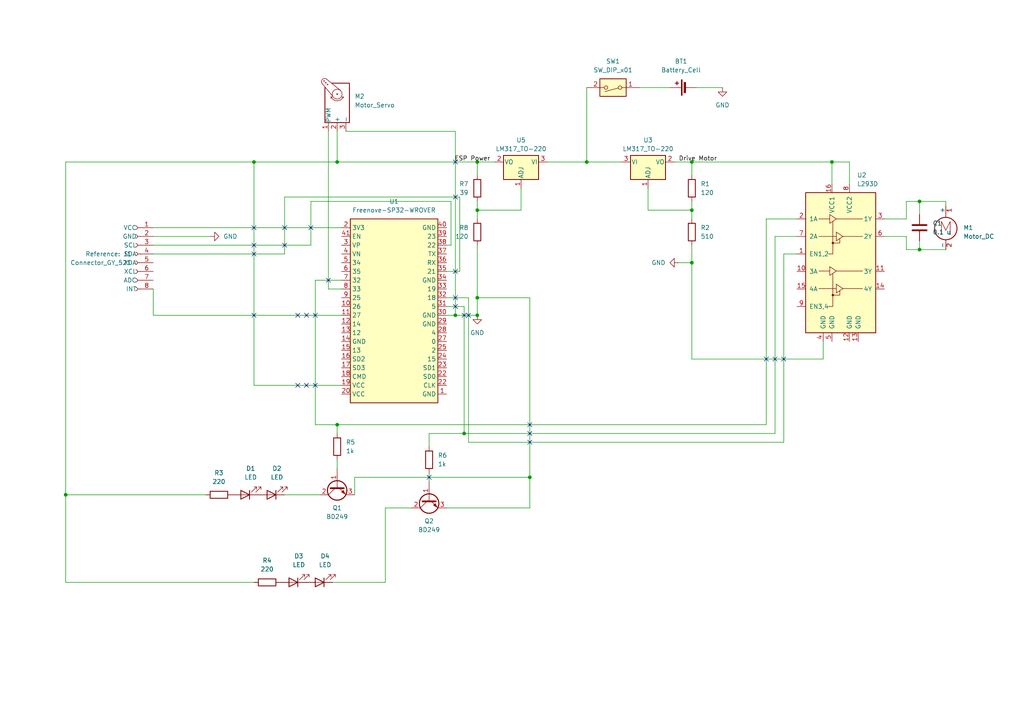
<source format=kicad_sch>
(kicad_sch (version 20230121) (generator eeschema)
  (paper "A4")
  (lib_symbols
    (symbol "Connector:Connector_GY-521" (pin_names (offset 1.016))
      (property "Reference" "J" (at 0 10.16 0) (show_name))
      (property "Value" "Connector_GY_521" (at 0 -12.7 0))
      (symbol "Connector_GY-521_1_0"
        (pin power_in line (at -5.08 7.62 0) (length 3.81) (name "VCC") (number "1"))
      )
      (symbol "Connector_GY-521_1_1"
        (arc (start 0 -9.652) (mid -0.5058 -10.16) (end 0 -10.668) (stroke (width 0.1524)))
        (arc (start 0 -7.112) (mid -0.5058 -7.62) (end 0 -8.128) (stroke (width 0.1524)))
        (arc (start 0 -4.572) (mid -0.5058 -5.08) (end 0 -5.588) (stroke (width 0.1524)))
        (arc (start 0 -2.032) (mid -0.5058 -2.54) (end 0 -3.048) (stroke (width 0.1524)))
        (polyline (pts (xy -1.27 -10.16) (xy -0.508 -10.16)) (stroke (width 0.1524)))
        (polyline (pts (xy -1.27 -7.62) (xy -0.508 -7.62)) (stroke (width 0.1524)))
        (polyline (pts (xy -1.27 -5.08) (xy -0.508 -5.08)) (stroke (width 0.1524)))
        (polyline (pts (xy -1.27 -2.54) (xy -0.508 -2.54)) (stroke (width 0.1524)))
        (polyline (pts (xy -1.27 0) (xy -0.508 0)) (stroke (width 0.1524)))
        (polyline (pts (xy -1.27 2.54) (xy -0.508 2.54)) (stroke (width 0.1524)))
        (polyline (pts (xy -1.27 5.08) (xy -0.508 5.08)) (stroke (width 0.1524)))
        (polyline (pts (xy -1.27 7.62) (xy -0.508 7.62)) (stroke (width 0.1524)))
        (arc (start 0 0.508) (mid -0.5058 0) (end 0 -0.508) (stroke (width 0.1524)))
        (arc (start 0 3.048) (mid -0.5058 2.54) (end 0 2.032) (stroke (width 0.1524)))
        (arc (start 0 5.588) (mid -0.5058 5.08) (end 0 4.572) (stroke (width 0.1524)))
        (arc (start 0 8.128) (mid -0.5058 7.62) (end 0 7.112) (stroke (width 0.1524)))
        (pin power_in line (at -5.08 5.08 0) (length 3.81) (name "GND") (number "2"))
        (pin bidirectional line (at -5.08 2.54 0) (length 3.81) (name "SCL") (number "3"))
        (pin bidirectional line (at -5.08 0 0) (length 3.81) (name "SDA") (number "4"))
        (pin bidirectional line (at -5.08 -2.54 0) (length 3.81) (name "XDA") (number "5"))
        (pin bidirectional line (at -5.08 -5.08 0) (length 3.81) (name "XCL") (number "6"))
        (pin input line (at -5.08 -7.62 0) (length 3.81) (name "ADC") (number "7"))
        (pin output line (at -5.08 -10.16 0) (length 3.81) (name "INT") (number "8"))
      )
    )
    (symbol "Device:Battery_Cell" (pin_numbers hide) (pin_names (offset 0) hide)
      (property "Reference" "BT" (at 2.54 2.54 0))
      (property "Value" "Battery_Cell" (at 2.54 0 0))
      (symbol "Battery_Cell_0_1"
        (rectangle (start -2.286 1.778) (end 2.286 1.524) (fill (type outline)))
        (rectangle (start -1.524 1.016) (end 1.524 0.508) (fill (type outline)))
        (polyline (pts (xy 0 0.762) (xy 0 0)))
        (polyline (pts (xy 0 1.778) (xy 0 2.54)))
        (polyline (pts (xy 0.762 3.048) (xy 1.778 3.048)) (stroke (width 0.254)))
        (polyline (pts (xy 1.27 3.556) (xy 1.27 2.54)) (stroke (width 0.254)))
      )
      (symbol "Battery_Cell_1_1"
        (pin passive line (at 0 5.08 270) (length 2.54) (name "+") (number "1"))
        (pin passive line (at 0 -2.54 90) (length 2.54) (name "-") (number "2"))
      )
    )
    (symbol "Device:C" (pin_numbers hide) (pin_names (offset 0.254))
      (property "Reference" "C" (at 0.635 2.54 0))
      (property "Value" "C" (at 0.635 -2.54 0))
      (symbol "C_0_1"
        (polyline (pts (xy -2.032 -0.762) (xy 2.032 -0.762)) (stroke (width 0.508)))
        (polyline (pts (xy -2.032 0.762) (xy 2.032 0.762)) (stroke (width 0.508)))
      )
      (symbol "C_1_1"
        (pin passive line (at 0 3.81 270) (length 2.794) (name "~") (number "1"))
        (pin passive line (at 0 -3.81 90) (length 2.794) (name "~") (number "2"))
      )
    )
    (symbol "Device:LED" (pin_numbers hide) (pin_names (offset 1.016) hide)
      (property "Reference" "D" (at 0 2.54 0))
      (property "Value" "LED" (at 0 -2.54 0))
      (symbol "LED_0_1"
        (polyline (pts (xy -1.27 -1.27) (xy -1.27 1.27)) (stroke (width 0.254)))
        (polyline (pts (xy -1.27 0) (xy 1.27 0)))
        (polyline (pts (xy 1.27 -1.27) (xy 1.27 1.27) (xy -1.27 0) (xy 1.27 -1.27)) (stroke (width 0.254)))
        (polyline (pts (xy -3.048 -0.762) (xy -4.572 -2.286) (xy -3.81 -2.286) (xy -4.572 -2.286) (xy -4.572 -1.524)))
        (polyline (pts (xy -1.778 -0.762) (xy -3.302 -2.286) (xy -2.54 -2.286) (xy -3.302 -2.286) (xy -3.302 -1.524)))
      )
      (symbol "LED_1_1"
        (pin passive line (at -3.81 0 0) (length 2.54) (name "K") (number "1"))
        (pin passive line (at 3.81 0 180) (length 2.54) (name "A") (number "2"))
      )
    )
    (symbol "Device:R" (pin_numbers hide) (pin_names (offset 0))
      (property "Reference" "R" (at 2.032 0 90))
      (property "Value" "R" (at 0 0 90))
      (symbol "R_0_1"
        (rectangle (start -1.016 -2.54) (end 1.016 2.54) (stroke (width 0.254)))
      )
      (symbol "R_1_1"
        (pin passive line (at 0 3.81 270) (length 1.27) (name "~") (number "1"))
        (pin passive line (at 0 -3.81 90) (length 1.27) (name "~") (number "2"))
      )
    )
    (symbol "Driver_Motor:L293D" (pin_names (offset 1.016))
      (property "Reference" "U" (at -5.08 26.035 0))
      (property "Value" "L293D" (at -5.08 24.13 0))
      (symbol "L293D_0_1"
        (rectangle (start -10.16 22.86) (end 10.16 -17.78) (stroke (width 0.254)) (fill (type background)))
        (circle (center -2.286 -6.858) (radius 0.254) (fill (type outline)))
        (circle (center -2.286 8.255) (radius 0.254) (fill (type outline)))
        (polyline (pts (xy -6.35 -4.953) (xy -1.27 -4.953)))
        (polyline (pts (xy -6.35 0.127) (xy -3.175 0.127)))
        (polyline (pts (xy -6.35 10.16) (xy -1.27 10.16)))
        (polyline (pts (xy -6.35 15.24) (xy -3.175 15.24)))
        (polyline (pts (xy -1.27 0.127) (xy 6.35 0.127)))
        (polyline (pts (xy -1.27 15.24) (xy 6.35 15.24)))
        (polyline (pts (xy 0.635 -4.953) (xy 6.35 -4.953)))
        (polyline (pts (xy 0.635 10.16) (xy 6.35 10.16)))
        (polyline (pts (xy -2.286 -6.858) (xy -0.254 -6.858) (xy -0.254 -5.588)))
        (polyline (pts (xy -2.286 -0.635) (xy -2.286 -10.16) (xy -3.556 -10.16)))
        (polyline (pts (xy -2.286 8.255) (xy -0.254 8.255) (xy -0.254 9.525)))
        (polyline (pts (xy -2.286 14.478) (xy -2.286 5.08) (xy -3.556 5.08)))
        (polyline (pts (xy -3.175 1.397) (xy -3.175 -1.143) (xy -1.27 0.127) (xy -3.175 1.397)))
        (polyline (pts (xy -3.175 16.51) (xy -3.175 13.97) (xy -1.27 15.24) (xy -3.175 16.51)))
        (polyline (pts (xy -1.27 -3.683) (xy -1.27 -6.223) (xy 0.635 -4.953) (xy -1.27 -3.683)))
        (polyline (pts (xy -1.27 11.43) (xy -1.27 8.89) (xy 0.635 10.16) (xy -1.27 11.43)))
      )
      (symbol "L293D_1_1"
        (pin input line (at -12.7 5.08 0) (length 2.54) (name "EN1,2") (number "1"))
        (pin input line (at -12.7 0 0) (length 2.54) (name "3A") (number "10"))
        (pin output line (at 12.7 0 180) (length 2.54) (name "3Y") (number "11"))
        (pin power_in line (at 2.54 -20.32 90) (length 2.54) (name "GND") (number "12"))
        (pin power_in line (at 5.08 -20.32 90) (length 2.54) (name "GND") (number "13"))
        (pin output line (at 12.7 -5.08 180) (length 2.54) (name "4Y") (number "14"))
        (pin input line (at -12.7 -5.08 0) (length 2.54) (name "4A") (number "15"))
        (pin power_in line (at -2.54 25.4 270) (length 2.54) (name "VCC1") (number "16"))
        (pin input line (at -12.7 15.24 0) (length 2.54) (name "1A") (number "2"))
        (pin output line (at 12.7 15.24 180) (length 2.54) (name "1Y") (number "3"))
        (pin power_in line (at -5.08 -20.32 90) (length 2.54) (name "GND") (number "4"))
        (pin power_in line (at -2.54 -20.32 90) (length 2.54) (name "GND") (number "5"))
        (pin output line (at 12.7 10.16 180) (length 2.54) (name "2Y") (number "6"))
        (pin input line (at -12.7 10.16 0) (length 2.54) (name "2A") (number "7"))
        (pin power_in line (at 2.54 25.4 270) (length 2.54) (name "VCC2") (number "8"))
        (pin input line (at -12.7 -10.16 0) (length 2.54) (name "EN3,4") (number "9"))
      )
    )
    (symbol "Motor:Motor_DC" (pin_names (offset 0))
      (property "Reference" "M" (at 2.54 2.54 0))
      (property "Value" "Motor_DC" (at 2.54 -5.08 0))
      (symbol "Motor_DC_0_0"
        (polyline (pts (xy -1.27 -3.302) (xy -1.27 0.508) (xy 0 -2.032) (xy 1.27 0.508) (xy 1.27 -3.302)))
      )
      (symbol "Motor_DC_0_1"
        (circle (center 0 -1.524) (radius 3.2512) (stroke (width 0.254)))
        (polyline (pts (xy 0 -7.62) (xy 0 -7.112)))
        (polyline (pts (xy 0 -4.7752) (xy 0 -5.1816)))
        (polyline (pts (xy 0 1.7272) (xy 0 2.0828)))
        (polyline (pts (xy 0 2.032) (xy 0 2.54)))
      )
      (symbol "Motor_DC_1_1"
        (pin passive line (at 0 5.08 270) (length 2.54) (name "+") (number "1"))
        (pin passive line (at 0 -7.62 90) (length 2.54) (name "-") (number "2"))
      )
    )
    (symbol "Motor:Motor_Servo" (pin_names (offset 0.0254))
      (property "Reference" "M" (at -5.08 4.445 0))
      (property "Value" "Motor_Servo" (at -5.08 -4.064 0))
      (symbol "Motor_Servo_0_1"
        (polyline (pts (xy 2.413 -1.778) (xy 2.032 -1.778)))
        (polyline (pts (xy 2.413 -1.778) (xy 2.286 -1.397)))
        (polyline (pts (xy 2.413 1.778) (xy 1.905 1.778)))
        (polyline (pts (xy 2.413 1.778) (xy 2.286 1.397)))
        (polyline (pts (xy 6.35 4.445) (xy 2.54 1.27)))
        (polyline (pts (xy 7.62 3.175) (xy 4.191 -1.016)))
        (polyline (pts (xy 5.08 3.556) (xy -5.08 3.556) (xy -5.08 -3.556) (xy 6.35 -3.556) (xy 6.35 1.524)) (stroke (width 0.254)))
        (arc (start 2.413 1.778) (mid 1.2406 0) (end 2.413 -1.778))
        (circle (center 3.175 0) (radius 0.1778))
        (circle (center 3.175 0) (radius 1.4224))
        (circle (center 5.969 2.794) (radius 0.127))
        (circle (center 6.477 3.302) (radius 0.127))
        (circle (center 6.985 3.81) (radius 0.127))
        (arc (start 7.62 3.175) (mid 7.4485 4.2735) (end 6.35 4.445))
      )
      (symbol "Motor_Servo_1_1"
        (pin passive line (at -7.62 2.54 0) (length 2.54) (name "PWM") (number "1"))
        (pin passive line (at -7.62 0 0) (length 2.54) (name "+") (number "2"))
        (pin passive line (at -7.62 -2.54 0) (length 2.54) (name "-") (number "3"))
      )
    )
    (symbol "RF_Module:ESP32-S2-WROVER"
      (property "Reference" "U1" (at 2.1941 33.02 0))
      (property "Value" "ESP32-S2-WROVER" (at 2.1941 30.48 0))
      (symbol "ESP32-S2-WROVER_0_1"
        (rectangle (start -12.7 27.94) (end 12.7 -25.4) (stroke (width 0.254)) (fill (type background)))
      )
      (symbol "ESP32-S2-WROVER_1_1"
        (pin power_in line (at 15.24 -22.86 180) (length 2.54) (name "GND") (number "1"))
        (pin bidirectional line (at -15.24 2.54 0) (length 2.54) (name "26") (number "10"))
        (pin bidirectional line (at -15.24 0 0) (length 2.54) (name "27") (number "11"))
        (pin bidirectional line (at -15.24 -2.54 0) (length 2.54) (name "14") (number "12"))
        (pin bidirectional line (at -15.24 -5.08 0) (length 2.54) (name "12") (number "13"))
        (pin bidirectional line (at -15.24 -7.62 0) (length 2.54) (name "GND") (number "14"))
        (pin bidirectional line (at -15.24 -10.16 0) (length 2.54) (name "13") (number "15"))
        (pin bidirectional line (at -15.24 -12.7 0) (length 2.54) (name "SD2") (number "16"))
        (pin bidirectional line (at -15.24 -15.24 0) (length 2.54) (name "SD3") (number "17"))
        (pin bidirectional line (at -15.24 -17.78 0) (length 2.54) (name "CMD") (number "18"))
        (pin bidirectional line (at -15.24 -20.32 0) (length 2.54) (name "VCC") (number "19"))
        (pin power_in line (at -15.24 25.4 0) (length 2.54) (name "3V3") (number "2"))
        (pin bidirectional line (at -15.24 -22.86 0) (length 2.54) (name "VCC") (number "20"))
        (pin bidirectional line (at 15.24 -20.32 180) (length 2.54) (name "CLK") (number "22"))
        (pin bidirectional line (at 15.24 -17.78 180) (length 2.54) (name "SD0") (number "22"))
        (pin bidirectional line (at 15.24 -15.24 180) (length 2.54) (name "SD1") (number "23"))
        (pin bidirectional line (at 15.24 -12.7 180) (length 2.54) (name "15") (number "24"))
        (pin bidirectional line (at 15.24 -10.16 180) (length 2.54) (name "2") (number "25"))
        (pin bidirectional line (at 15.24 -7.62 180) (length 2.54) (name "0") (number "27"))
        (pin bidirectional line (at 15.24 -5.08 180) (length 2.54) (name "4") (number "28"))
        (pin bidirectional line (at 15.24 -2.54 180) (length 2.54) (name "GND") (number "29"))
        (pin bidirectional line (at -15.24 20.32 0) (length 2.54) (name "VP") (number "3"))
        (pin bidirectional line (at 15.24 0 180) (length 2.54) (name "GND") (number "30"))
        (pin bidirectional line (at 15.24 2.54 180) (length 2.54) (name "5") (number "31"))
        (pin bidirectional line (at 15.24 5.08 180) (length 2.54) (name "18") (number "32"))
        (pin bidirectional line (at 15.24 7.62 180) (length 2.54) (name "19") (number "33"))
        (pin bidirectional line (at 15.24 10.16 180) (length 2.54) (name "GND") (number "34"))
        (pin bidirectional line (at 15.24 12.7 180) (length 2.54) (name "21") (number "35"))
        (pin bidirectional line (at 15.24 15.24 180) (length 2.54) (name "RX") (number "36"))
        (pin bidirectional line (at 15.24 17.78 180) (length 2.54) (name "TX") (number "37"))
        (pin bidirectional line (at 15.24 20.32 180) (length 2.54) (name "22") (number "38"))
        (pin bidirectional line (at 15.24 22.86 180) (length 2.54) (name "23") (number "39"))
        (pin bidirectional line (at -15.24 17.78 0) (length 2.54) (name "VN") (number "4"))
        (pin input line (at 15.24 25.4 180) (length 2.54) (name "GND") (number "40"))
        (pin input line (at -15.24 22.86 0) (length 2.54) (name "EN") (number "41"))
        (pin bidirectional line (at -15.24 15.24 0) (length 2.54) (name "34") (number "5"))
        (pin bidirectional line (at -15.24 12.7 0) (length 2.54) (name "35") (number "6"))
        (pin bidirectional line (at -15.24 10.16 0) (length 2.54) (name "32") (number "7"))
        (pin bidirectional line (at -15.24 7.62 0) (length 2.54) (name "33") (number "8"))
        (pin bidirectional line (at -15.24 5.08 0) (length 2.54) (name "25") (number "9"))
      )
    )
    (symbol "Regulator_Linear:LM317_TO-220" (pin_names (offset 0.254))
      (property "Reference" "U" (at -3.81 3.175 0))
      (property "Value" "LM317_TO-220" (at 0 3.175 0))
      (symbol "LM317_TO-220_0_1"
        (rectangle (start -5.08 1.905) (end 5.08 -5.08) (stroke (width 0.254)) (fill (type background)))
      )
      (symbol "LM317_TO-220_1_1"
        (pin input line (at 0 -7.62 90) (length 2.54) (name "ADJ") (number "1"))
        (pin power_out line (at 7.62 0 180) (length 2.54) (name "VO") (number "2"))
        (pin power_in line (at -7.62 0 0) (length 2.54) (name "VI") (number "3"))
      )
    )
    (symbol "Switch:SW_DIP_x01" (pin_names (offset 0) hide)
      (property "Reference" "SW" (at 0 3.81 0))
      (property "Value" "SW_DIP_x01" (at 0 -3.81 0))
      (symbol "SW_DIP_x01_0_0"
        (circle (center -2.032 0) (radius 0.508))
        (polyline (pts (xy -1.524 0.127) (xy 2.3622 1.1684)))
        (circle (center 2.032 0) (radius 0.508))
      )
      (symbol "SW_DIP_x01_0_1"
        (rectangle (start -3.81 2.54) (end 3.81 -2.54) (stroke (width 0.254)) (fill (type background)))
      )
      (symbol "SW_DIP_x01_1_1"
        (pin passive line (at -7.62 0 0) (length 5.08) (name "~") (number "1"))
        (pin passive line (at 7.62 0 180) (length 5.08) (name "~") (number "2"))
      )
    )
    (symbol "Transistor_BJT:BD249" (pin_names (offset 0) hide)
      (property "Reference" "Q" (at 6.35 1.905 0))
      (property "Value" "BD249" (at 6.35 0 0))
      (symbol "BD249_0_1"
        (polyline (pts (xy 0 0) (xy 0.635 0)))
        (polyline (pts (xy 2.54 2.54) (xy 0.635 0.635)))
        (polyline (pts (xy 0.635 1.905) (xy 0.635 -1.905) (xy 0.635 -1.905)) (stroke (width 0.508)))
        (polyline (pts (xy 2.286 -2.286) (xy 1.778 -1.778) (xy 1.778 -1.778)))
        (polyline (pts (xy 2.54 -2.54) (xy 0.635 -0.635) (xy 1.27 -1.27)) (fill (type outline)))
        (polyline (pts (xy 1.27 -1.778) (xy 1.778 -1.27) (xy 2.286 -2.286) (xy 1.27 -1.778) (xy 1.27 -1.778)) (fill (type outline)))
        (circle (center 1.27 0) (radius 2.8194) (stroke (width 0.3048)))
      )
      (symbol "BD249_1_1"
        (pin input line (at -5.08 0 0) (length 5.08) (name "B") (number "1"))
        (pin passive line (at 2.54 5.08 270) (length 2.54) (name "C") (number "2"))
        (pin passive line (at 2.54 -5.08 90) (length 2.54) (name "E") (number "3"))
      )
    )
    (symbol "power:GND" (power) (pin_names (offset 0))
      (property "Value" "GND" (at 0 -3.81 0))
      (symbol "GND_0_1"
        (polyline (pts (xy 0 0) (xy 0 -1.27) (xy 1.27 -1.27) (xy 0 -2.54) (xy -1.27 -1.27) (xy 0 -1.27)))
      )
      (symbol "GND_1_1"
        (pin power_in line (at 0 0 270) (length 0) hide (name "GND") (number "1"))
      )
    )
  )
  (junction (at 170.18 46.99))
  (junction (at 138.43 86.36))
  (junction (at 200.66 60.96))
  (junction (at 134.62 125.73))
  (junction (at 138.43 60.96))
  (junction (at 200.66 76.2))
  (junction (at 138.43 46.99))
  (junction (at 132.08 91.44))
  (junction (at 19.05 143.51))
  (junction (at 153.67 138.43))
  (junction (at 97.79 123.19))
  (junction (at 266.7 58.42))
  (junction (at 266.7 72.39))
  (junction (at 138.43 91.44))
  (junction (at 241.3 46.99))
  (junction (at 200.66 46.99))
  (junction (at 73.66 46.99))
  (junction (at 97.79 46.99))
  (no_connect (at 224.79 104.14))
  (no_connect (at 153.67 125.73))
  (no_connect (at 227.33 104.14))
  (no_connect (at 82.55 71.12))
  (no_connect (at 95.25 81.28))
  (no_connect (at 134.62 91.44))
  (no_connect (at 124.46 138.43))
  (no_connect (at 132.08 46.99))
  (no_connect (at 73.66 73.66))
  (no_connect (at 153.67 128.27))
  (no_connect (at 132.08 86.36))
  (no_connect (at 222.25 104.14))
  (no_connect (at 73.66 91.44))
  (no_connect (at 73.66 66.04))
  (no_connect (at 82.55 66.04))
  (no_connect (at 90.17 66.04))
  (no_connect (at 91.44 111.76))
  (no_connect (at 86.36 91.44))
  (no_connect (at 135.89 91.44))
  (no_connect (at 86.36 111.76))
  (no_connect (at 88.9 91.44))
  (no_connect (at 73.66 71.12))
  (no_connect (at 88.9 111.76))
  (no_connect (at 153.67 123.19))
  (no_connect (at 91.44 91.44))
  (no_connect (at 132.08 78.74))
  (no_connect (at 132.08 57.15))
  (no_connect (at 132.08 88.9))
  (wire (pts (xy 132.08 38.1) (xy 132.08 91.44)))
  (wire (pts (xy 138.43 86.36) (xy 138.43 91.44)))
  (wire (pts (xy 97.79 38.1) (xy 97.79 46.99)))
  (wire (pts (xy 91.44 81.28) (xy 91.44 123.19)))
  (wire (pts (xy 187.96 54.61) (xy 187.96 60.96)))
  (wire (pts (xy 262.89 68.58) (xy 262.89 72.39)))
  (wire (pts (xy 200.66 76.2) (xy 200.66 104.14)))
  (wire (pts (xy 143.51 46.99) (xy 138.43 46.99)))
  (wire (pts (xy 231.14 68.58) (xy 224.79 68.58)))
  (wire (pts (xy 185.42 25.4) (xy 194.31 25.4)))
  (wire (pts (xy 44.45 91.44) (xy 44.45 83.82)))
  (wire (pts (xy 200.66 104.14) (xy 238.76 104.14)))
  (wire (pts (xy 222.25 63.5) (xy 231.14 63.5)))
  (wire (pts (xy 151.13 54.61) (xy 151.13 60.96)))
  (wire (pts (xy 90.17 58.42) (xy 130.81 58.42)))
  (wire (pts (xy 100.33 38.1) (xy 132.08 38.1)))
  (wire (pts (xy 266.7 58.42) (xy 266.7 62.23)))
  (wire (pts (xy 262.89 72.39) (xy 266.7 72.39)))
  (wire (pts (xy 187.96 60.96) (xy 200.66 60.96)))
  (wire (pts (xy 138.43 71.12) (xy 138.43 86.36)))
  (wire (pts (xy 19.05 46.99) (xy 19.05 143.51)))
  (wire (pts (xy 201.93 25.4) (xy 209.55 25.4)))
  (wire (pts (xy 200.66 71.12) (xy 200.66 76.2)))
  (wire (pts (xy 135.89 128.27) (xy 227.33 128.27)))
  (wire (pts (xy 158.75 46.99) (xy 170.18 46.99)))
  (wire (pts (xy 134.62 88.9) (xy 129.54 88.9)))
  (wire (pts (xy 200.66 60.96) (xy 200.66 58.42)))
  (wire (pts (xy 91.44 123.19) (xy 97.79 123.19)))
  (wire (pts (xy 266.7 72.39) (xy 274.32 72.39)))
  (wire (pts (xy 102.87 143.51) (xy 102.87 138.43)))
  (wire (pts (xy 138.43 60.96) (xy 138.43 58.42)))
  (wire (pts (xy 227.33 73.66) (xy 231.14 73.66)))
  (wire (pts (xy 73.66 46.99) (xy 97.79 46.99)))
  (wire (pts (xy 138.43 60.96) (xy 138.43 63.5)))
  (wire (pts (xy 170.18 25.4) (xy 170.18 46.99)))
  (wire (pts (xy 44.45 71.12) (xy 90.17 71.12)))
  (wire (pts (xy 262.89 63.5) (xy 262.89 58.42)))
  (wire (pts (xy 266.7 58.42) (xy 274.32 58.42)))
  (wire (pts (xy 82.55 73.66) (xy 44.45 73.66)))
  (wire (pts (xy 111.76 168.91) (xy 111.76 147.32)))
  (wire (pts (xy 99.06 111.76) (xy 73.66 111.76)))
  (wire (pts (xy 73.66 168.91) (xy 19.05 168.91)))
  (wire (pts (xy 95.25 38.1) (xy 95.25 83.82)))
  (wire (pts (xy 132.08 91.44) (xy 138.43 91.44)))
  (wire (pts (xy 97.79 123.19) (xy 97.79 125.73)))
  (wire (pts (xy 256.54 68.58) (xy 262.89 68.58)))
  (wire (pts (xy 151.13 60.96) (xy 138.43 60.96)))
  (wire (pts (xy 130.81 58.42) (xy 130.81 71.12)))
  (wire (pts (xy 102.87 138.43) (xy 153.67 138.43)))
  (wire (pts (xy 124.46 137.16) (xy 124.46 139.7)))
  (wire (pts (xy 99.06 83.82) (xy 95.25 83.82)))
  (wire (pts (xy 196.85 76.2) (xy 200.66 76.2)))
  (wire (pts (xy 132.08 91.44) (xy 129.54 91.44)))
  (wire (pts (xy 241.3 46.99) (xy 246.38 46.99)))
  (wire (pts (xy 241.3 46.99) (xy 241.3 53.34)))
  (wire (pts (xy 153.67 138.43) (xy 153.67 86.36)))
  (wire (pts (xy 90.17 71.12) (xy 90.17 58.42)))
  (wire (pts (xy 44.45 66.04) (xy 99.06 66.04)))
  (wire (pts (xy 129.54 86.36) (xy 135.89 86.36)))
  (wire (pts (xy 19.05 46.99) (xy 73.66 46.99)))
  (wire (pts (xy 111.76 147.32) (xy 119.38 147.32)))
  (wire (pts (xy 256.54 63.5) (xy 262.89 63.5)))
  (wire (pts (xy 138.43 46.99) (xy 138.43 50.8)))
  (wire (pts (xy 124.46 125.73) (xy 134.62 125.73)))
  (wire (pts (xy 170.18 46.99) (xy 180.34 46.99)))
  (wire (pts (xy 224.79 68.58) (xy 224.79 125.73)))
  (wire (pts (xy 135.89 86.36) (xy 135.89 128.27)))
  (wire (pts (xy 200.66 46.99) (xy 241.3 46.99)))
  (wire (pts (xy 19.05 143.51) (xy 19.05 168.91)))
  (wire (pts (xy 200.66 46.99) (xy 200.66 50.8)))
  (wire (pts (xy 97.79 46.99) (xy 138.43 46.99)))
  (wire (pts (xy 274.32 58.42) (xy 274.32 59.69)))
  (wire (pts (xy 73.66 111.76) (xy 73.66 46.99)))
  (wire (pts (xy 82.55 57.15) (xy 82.55 73.66)))
  (wire (pts (xy 153.67 86.36) (xy 138.43 86.36)))
  (wire (pts (xy 134.62 125.73) (xy 224.79 125.73)))
  (wire (pts (xy 266.7 69.85) (xy 266.7 72.39)))
  (wire (pts (xy 153.67 147.32) (xy 153.67 138.43)))
  (wire (pts (xy 44.45 68.58) (xy 60.96 68.58)))
  (wire (pts (xy 129.54 147.32) (xy 153.67 147.32)))
  (wire (pts (xy 97.79 123.19) (xy 222.25 123.19)))
  (wire (pts (xy 130.81 71.12) (xy 129.54 71.12)))
  (wire (pts (xy 262.89 58.42) (xy 266.7 58.42)))
  (wire (pts (xy 124.46 129.54) (xy 124.46 125.73)))
  (wire (pts (xy 99.06 81.28) (xy 91.44 81.28)))
  (wire (pts (xy 82.55 143.51) (xy 92.71 143.51)))
  (wire (pts (xy 134.62 125.73) (xy 134.62 88.9)))
  (wire (pts (xy 133.35 78.74) (xy 133.35 57.15)))
  (wire (pts (xy 96.52 168.91) (xy 111.76 168.91)))
  (wire (pts (xy 246.38 46.99) (xy 246.38 53.34)))
  (wire (pts (xy 99.06 91.44) (xy 44.45 91.44)))
  (wire (pts (xy 129.54 78.74) (xy 133.35 78.74)))
  (wire (pts (xy 200.66 60.96) (xy 200.66 63.5)))
  (wire (pts (xy 238.76 104.14) (xy 238.76 99.06)))
  (wire (pts (xy 97.79 133.35) (xy 97.79 135.89)))
  (wire (pts (xy 19.05 143.51) (xy 59.69 143.51)))
  (wire (pts (xy 133.35 57.15) (xy 82.55 57.15)))
  (wire (pts (xy 195.58 46.99) (xy 200.66 46.99)))
  (wire (pts (xy 227.33 128.27) (xy 227.33 73.66)))
  (wire (pts (xy 222.25 123.19) (xy 222.25 63.5)))
  (label "ESP Power" (at 142.24 46.99 180))
  (label "Drive Motor" (at 196.85 46.99 0))
  (symbol (lib_id "Device:LED") (at 85.09 168.91 180) (unit 1)
    (property "Reference" "D3" (at 86.6775 161.29 0))
    (property "Value" "LED" (at 86.6775 163.83 0))
  )
  (symbol (lib_id "Motor:Motor_DC") (at 274.32 64.77 0) (unit 1)
    (property "Reference" "M1" (at 279.4 66.04 0) (effects (justify left)))
    (property "Value" "Motor_DC" (at 279.4 68.58 0) (effects (justify left)))
  )
  (symbol (lib_id "Motor:Motor_Servo") (at 97.79 30.48 90) (unit 1)
    (property "Reference" "M2" (at 102.87 27.9511 90) (effects (justify right)))
    (property "Value" "Motor_Servo" (at 102.87 30.4911 90) (effects (justify right)))
    (property "Datasheet" "http://forums.parallax.com/uploads/attachments/46831/74481.png" (effects hide))
  )
  (symbol (lib_id "Switch:SW_DIP_x01") (at 177.8 25.4 180) (unit 1)
    (property "Reference" "SW1" (at 177.8 17.78 0))
    (property "Value" "SW_DIP_x01" (at 177.8 20.32 0))
  )
  (symbol (lib_id "Device:Battery_Cell") (at 199.39 25.4 90) (unit 1)
    (property "Reference" "BT1" (at 197.5485 17.78 90))
    (property "Value" "Battery_Cell" (at 197.5485 20.32 90))
  )
  (symbol (lib_id "Device:R") (at 200.66 67.31 0) (unit 1)
    (property "Reference" "R2" (at 203.2 66.04 0) (effects (justify left)))
    (property "Value" "510" (at 203.2 68.58 0) (effects (justify left)))
  )
  (symbol (lib_id "Regulator_Linear:LM317_TO-220") (at 187.96 46.99 0) (unit 1)
    (property "Reference" "U3" (at 187.96 40.64 0))
    (property "Value" "LM317_TO-220" (at 187.96 43.18 0))
    (property "Footprint" "Package_TO_SOT_THT:TO-220-3_Vertical" (effects hide))
    (property "Datasheet" "http://www.ti.com/lit/ds/symlink/lm317.pdf" (effects hide))
  )
  (symbol (lib_id "Transistor_BJT:BD249") (at 97.79 140.97 90) (mirror x) (unit 1)
    (property "Reference" "Q1" (at 97.79 147.32 90))
    (property "Value" "BD249" (at 97.79 149.86 90))
    (property "Datasheet" "http://www.mospec.com.tw/pdf/power/BD249.pdf" (effects hide))
  )
  (symbol (lib_id "Device:LED") (at 78.74 143.51 180) (unit 1)
    (property "Reference" "D2" (at 80.3275 135.89 0))
    (property "Value" "LED" (at 80.3275 138.43 0))
  )
  (symbol (lib_id "Device:R") (at 77.47 168.91 90) (unit 1)
    (property "Reference" "R4" (at 77.47 162.56 90))
    (property "Value" "220" (at 77.47 165.1 90))
  )
  (symbol (lib_id "Device:LED") (at 92.71 168.91 180) (unit 1)
    (property "Reference" "D4" (at 94.2975 161.29 0))
    (property "Value" "LED" (at 94.2975 163.83 0))
  )
  (symbol (lib_id "Device:R") (at 124.46 133.35 180) (unit 1)
    (property "Reference" "R6" (at 127 132.08 0) (effects (justify right)))
    (property "Value" "1k" (at 127 134.62 0) (effects (justify right)))
  )
  (symbol (lib_id "Device:R") (at 97.79 129.54 180) (unit 1)
    (property "Reference" "R5" (at 100.33 128.27 0) (effects (justify right)))
    (property "Value" "1k" (at 100.33 130.81 0) (effects (justify right)))
  )
  (symbol (lib_id "Device:LED") (at 71.12 143.51 180) (unit 1)
    (property "Reference" "D1" (at 72.7075 135.89 0))
    (property "Value" "LED" (at 72.7075 138.43 0))
  )
  (symbol (lib_id "Connector:Connector_GY-521") (at 39.37 73.66 0) (mirror y) (unit 1)
    (property "Reference" "J1" (at 38.1 73.66 0) (show_name) (effects (justify left)))
    (property "Value" "Connector_GY_521" (at 38.1 76.2 0) (effects (justify left)))
  )
  (symbol (lib_id "Device:R") (at 138.43 67.31 0) (mirror y) (unit 1)
    (property "Reference" "R8" (at 135.89 66.04 0) (effects (justify left)))
    (property "Value" "120" (at 135.89 68.58 0) (effects (justify left)))
  )
  (symbol (lib_id "power:GND") (at 138.43 91.44 0) (unit 1)
    (property "Reference" "#PWR02" (effects hide))
    (property "Value" "GND" (at 138.43 96.52 0))
  )
  (symbol (lib_id "power:GND") (at 209.55 25.4 0) (unit 1)
    (property "Reference" "#PWR01" (effects hide))
    (property "Value" "GND" (at 209.55 30.48 0))
  )
  (symbol (lib_id "Transistor_BJT:BD249") (at 124.46 144.78 90) (mirror x) (unit 1)
    (property "Reference" "Q2" (at 124.46 151.13 90))
    (property "Value" "BD249" (at 124.46 153.67 90))
    (property "Datasheet" "http://www.mospec.com.tw/pdf/power/BD249.pdf" (effects hide))
  )
  (symbol (lib_id "power:GND") (at 196.85 76.2 270) (unit 1)
    (property "Reference" "#PWR03" (effects hide))
    (property "Value" "GND" (at 193.04 76.2 90) (effects (justify right)))
  )
  (symbol (lib_id "RF_Module:ESP32-S2-WROVER") (at 114.3 91.44 0) (unit 1)
    (property "Reference" "U1" (at 114.3 58.42 0))
    (property "Value" "Freenove-SP32-WROVER" (at 114.3 60.96 0))
    (property "Footprint" "RF_Module:Freenove-ESP32-WROVER" (effects hide))
    (property "Datasheet" "https://www.espressif.com/sites/default/files/documentation/esp32-s2-wroom_esp32-s2-wroom-i_datasheet_en.pdf" (effects hide))
  )
  (symbol (lib_id "Device:R") (at 138.43 54.61 0) (mirror y) (unit 1)
    (property "Reference" "R7" (at 135.89 53.34 0) (effects (justify left)))
    (property "Value" "39" (at 135.89 55.88 0) (effects (justify left)))
  )
  (symbol (lib_id "Device:R") (at 200.66 54.61 0) (unit 1)
    (property "Reference" "R1" (at 203.2 53.34 0) (effects (justify left)))
    (property "Value" "120" (at 203.2 55.88 0) (effects (justify left)))
  )
  (symbol (lib_id "Driver_Motor:L293D") (at 243.84 78.74 0) (unit 1)
    (property "Reference" "U2" (at 248.5741 50.8 0) (effects (justify left)))
    (property "Value" "L293D" (at 248.5741 53.34 0) (effects (justify left)))
    (property "Footprint" "Package_DIP:DIP-16_W7.62mm" (effects hide))
    (property "Datasheet" "http://www.ti.com/lit/ds/symlink/l293.pdf" (effects hide))
  )
  (symbol (lib_id "Device:R") (at 63.5 143.51 90) (unit 1)
    (property "Reference" "R3" (at 63.5 137.16 90))
    (property "Value" "220" (at 63.5 139.7 90))
  )
  (symbol (lib_id "Regulator_Linear:LM317_TO-220") (at 151.13 46.99 0) (mirror y) (unit 1)
    (property "Reference" "U5" (at 151.13 40.64 0))
    (property "Value" "LM317_TO-220" (at 151.13 43.18 0))
    (property "Footprint" "Package_TO_SOT_THT:TO-220-3_Vertical" (effects hide))
    (property "Datasheet" "http://www.ti.com/lit/ds/symlink/lm317.pdf" (effects hide))
  )
  (symbol (lib_id "Device:C") (at 266.7 66.04 0) (unit 1)
    (property "Reference" "C1" (at 270.51 64.77 0) (effects (justify left)))
    (property "Value" "0.1 u" (at 270.51 67.31 0) (effects (justify left)))
  )
  (symbol (lib_id "power:GND") (at 60.96 68.58 90) (unit 1)
    (property "Reference" "#PWR04" (effects hide))
    (property "Value" "GND" (at 64.77 68.58 90) (effects (justify right)))
  )
)
</source>
